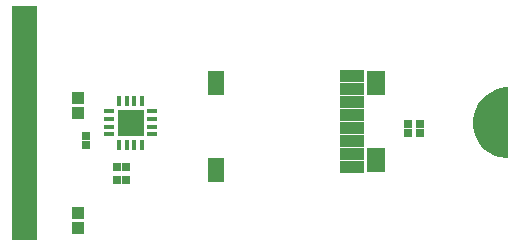
<source format=gts>
G04*
G04 #@! TF.GenerationSoftware,Altium Limited,Altium Designer,21.1.0 (24)*
G04*
G04 Layer_Color=8388736*
%FSLAX44Y44*%
%MOMM*%
G71*
G04*
G04 #@! TF.SameCoordinates,8E971300-D6CB-4BFE-A36B-9E0936113F83*
G04*
G04*
G04 #@! TF.FilePolarity,Negative*
G04*
G01*
G75*
%ADD17R,2.2300X2.2300*%
%ADD18R,0.9500X0.3500*%
%ADD19R,0.3500X0.9500*%
%ADD23R,1.1032X1.0532*%
%ADD24R,1.6032X2.0032*%
%ADD25R,1.4032X2.0032*%
%ADD26R,2.0032X1.0032*%
%ADD27R,0.7232X0.7632*%
%ADD28R,0.7632X0.7232*%
%ADD29R,1.7032X0.5532*%
G36*
X-0Y249250D02*
X2Y50750D01*
X21000Y50750D01*
X21000Y249250D01*
X-0Y249250D01*
D02*
G37*
G36*
X420000Y120000D02*
X417639D01*
X412975Y120738D01*
X408484Y122197D01*
X404276Y124341D01*
X400456Y127117D01*
X397117Y130456D01*
X394341Y134276D01*
X392197Y138483D01*
X390738Y142975D01*
X390000Y147639D01*
Y152361D01*
X390738Y157025D01*
X392197Y161516D01*
X394341Y165723D01*
X397117Y169543D01*
X400456Y172882D01*
X404276Y175658D01*
X408484Y177802D01*
X412975Y179261D01*
X417639Y180000D01*
X420000D01*
D01*
Y120000D01*
D02*
G37*
D17*
X100000Y150000D02*
D03*
D18*
X81600Y140250D02*
D03*
Y146750D02*
D03*
Y153250D02*
D03*
Y159750D02*
D03*
X118400D02*
D03*
Y153250D02*
D03*
Y146750D02*
D03*
Y140250D02*
D03*
D19*
X90250Y168400D02*
D03*
X96750D02*
D03*
X103250D02*
D03*
X109750D02*
D03*
Y131600D02*
D03*
X103250D02*
D03*
X96750D02*
D03*
X90250D02*
D03*
D23*
X55648Y74093D02*
D03*
Y61093D02*
D03*
Y171075D02*
D03*
Y158075D02*
D03*
D24*
X307750Y118500D02*
D03*
Y183500D02*
D03*
D25*
X172250Y110500D02*
D03*
Y184000D02*
D03*
D26*
X287750Y112500D02*
D03*
Y123500D02*
D03*
Y134500D02*
D03*
Y145500D02*
D03*
Y156500D02*
D03*
Y167500D02*
D03*
Y178500D02*
D03*
Y189500D02*
D03*
D27*
X335000Y141350D02*
D03*
Y149150D02*
D03*
X345000Y149050D02*
D03*
Y141450D02*
D03*
X62500Y131100D02*
D03*
Y138900D02*
D03*
D28*
X88600Y112500D02*
D03*
X96400D02*
D03*
X96293Y101789D02*
D03*
X88693D02*
D03*
D29*
X12500Y242500D02*
D03*
Y237500D02*
D03*
Y232500D02*
D03*
Y227500D02*
D03*
Y222500D02*
D03*
Y217500D02*
D03*
Y212500D02*
D03*
Y207500D02*
D03*
Y202500D02*
D03*
Y197500D02*
D03*
Y192500D02*
D03*
Y187500D02*
D03*
Y182500D02*
D03*
Y177500D02*
D03*
Y172500D02*
D03*
Y167500D02*
D03*
Y162500D02*
D03*
Y157500D02*
D03*
Y152500D02*
D03*
Y147500D02*
D03*
Y142500D02*
D03*
Y137500D02*
D03*
Y112500D02*
D03*
Y107500D02*
D03*
Y102500D02*
D03*
Y97500D02*
D03*
Y92500D02*
D03*
Y87500D02*
D03*
Y82500D02*
D03*
Y77500D02*
D03*
Y72500D02*
D03*
Y67500D02*
D03*
Y62500D02*
D03*
Y57500D02*
D03*
M02*

</source>
